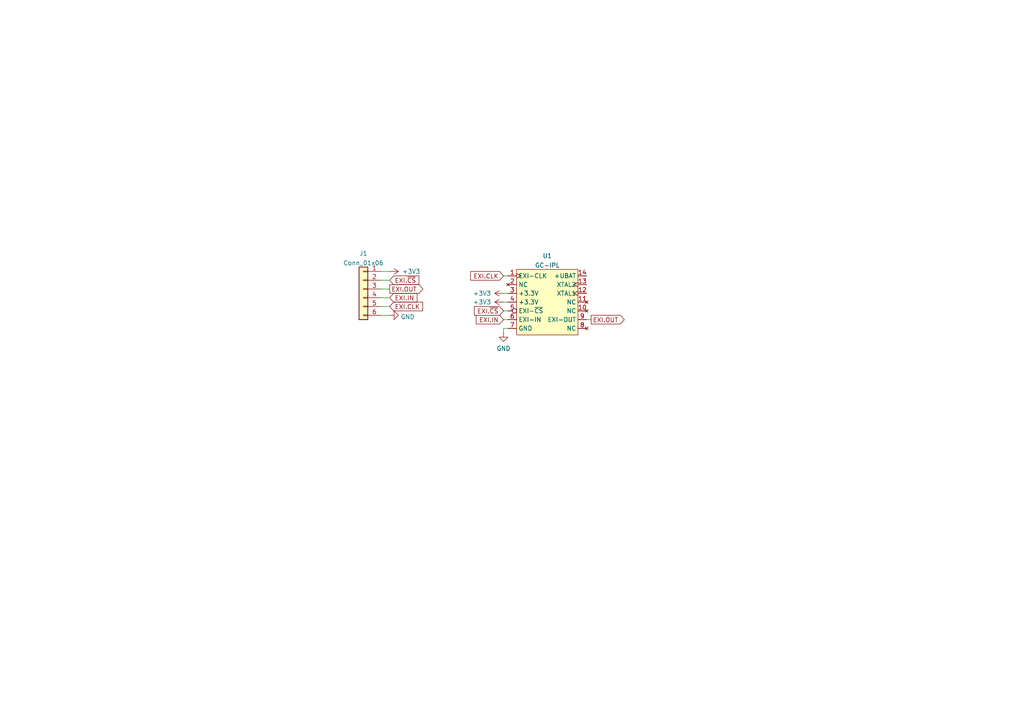
<source format=kicad_sch>
(kicad_sch (version 20230121) (generator eeschema)
  (paper "A4")
  (lib_symbols
    (symbol "Connector_Generic:Conn_01x06" (pin_names (offset 1.016) hide)
      (property "Reference" "J" (at 0 7.62 0))
      (property "Value" "Conn_01x06" (at 0 -10.16 0))
      (symbol "Conn_01x06_1_1"
        (rectangle (start -1.27 -7.493) (end 0 -7.747) (stroke (width 0.1524)))
        (rectangle (start -1.27 -4.953) (end 0 -5.207) (stroke (width 0.1524)))
        (rectangle (start -1.27 -2.413) (end 0 -2.667) (stroke (width 0.1524)))
        (rectangle (start -1.27 0.127) (end 0 -0.127) (stroke (width 0.1524)))
        (rectangle (start -1.27 2.667) (end 0 2.413) (stroke (width 0.1524)))
        (rectangle (start -1.27 5.207) (end 0 4.953) (stroke (width 0.1524)))
        (rectangle (start -1.27 6.35) (end 1.27 -8.89) (stroke (width 0.254)) (fill (type background)))
        (pin passive line (at -5.08 5.08 0) (length 3.81) (name "Pin_1") (number "1"))
        (pin passive line (at -5.08 2.54 0) (length 3.81) (name "Pin_2") (number "2"))
        (pin passive line (at -5.08 0 0) (length 3.81) (name "Pin_3") (number "3"))
        (pin passive line (at -5.08 -2.54 0) (length 3.81) (name "Pin_4") (number "4"))
        (pin passive line (at -5.08 -5.08 0) (length 3.81) (name "Pin_5") (number "5"))
        (pin passive line (at -5.08 -7.62 0) (length 3.81) (name "Pin_6") (number "6"))
      )
    )
    (symbol "Nintendo:GC-IPL"
      (property "Reference" "U" (at -8.255 10.795 0))
      (property "Value" "GC-IPL" (at 5.08 -10.795 0))
      (symbol "GC-IPL_0_0"
        (pin input clock (at -11.43 7.62 0) (length 2.54) (name "EXI-CLK") (number "1"))
        (pin no_connect line (at 11.43 -2.54 180) (length 2.54) (name "NC") (number "10"))
        (pin no_connect line (at 11.43 0 180) (length 2.54) (name "NC") (number "11"))
        (pin input clock (at 11.43 2.54 180) (length 2.54) (name "XTAL1") (number "12"))
        (pin input clock (at 11.43 5.08 180) (length 2.54) (name "XTAL2") (number "13"))
        (pin power_in line (at 11.43 7.62 180) (length 2.54) (name "+UBAT") (number "14"))
        (pin no_connect line (at -11.43 5.08 0) (length 2.54) (name "NC") (number "2"))
        (pin power_in line (at -11.43 2.54 0) (length 2.54) (name "+3.3V") (number "3"))
        (pin power_in line (at -11.43 0 0) (length 2.54) (name "+3.3V") (number "4"))
        (pin input inverted (at -11.43 -2.54 0) (length 2.54) (name "EXI-~{CS}") (number "5"))
        (pin input line (at -11.43 -5.08 0) (length 2.54) (name "EXI-IN") (number "6"))
        (pin power_in line (at -11.43 -7.62 0) (length 2.54) (name "GND") (number "7"))
        (pin no_connect line (at 11.43 -7.62 180) (length 2.54) (name "NC") (number "8"))
        (pin output line (at 11.43 -5.08 180) (length 2.54) (name "EXI-OUT") (number "9"))
      )
      (symbol "GC-IPL_0_1"
        (rectangle (start -8.89 9.525) (end 8.89 -9.525) (stroke (width 0.1524)) (fill (type background)))
      )
    )
    (symbol "power:+3.3V" (power) (pin_names (offset 0))
      (property "Value" "+3.3V" (at 0 3.556 0))
      (symbol "+3.3V_0_1"
        (polyline (pts (xy -0.762 1.27) (xy 0 2.54)))
        (polyline (pts (xy 0 0) (xy 0 2.54)))
        (polyline (pts (xy 0 2.54) (xy 0.762 1.27)))
      )
      (symbol "+3.3V_1_1"
        (pin power_in line (at 0 0 90) (length 0) hide (name "+3V3") (number "1"))
      )
    )
    (symbol "power:GND" (power) (pin_names (offset 0))
      (property "Value" "GND" (at 0 -3.81 0))
      (symbol "GND_0_1"
        (polyline (pts (xy 0 0) (xy 0 -1.27) (xy 1.27 -1.27) (xy 0 -2.54) (xy -1.27 -1.27) (xy 0 -1.27)))
      )
      (symbol "GND_1_1"
        (pin power_in line (at 0 0 270) (length 0) hide (name "GND") (number "1"))
      )
    )
  )
  (wire (pts (xy 146.05 87.63) (xy 147.32 87.63)))
  (wire (pts (xy 146.05 95.25) (xy 147.32 95.25)))
  (wire (pts (xy 110.49 86.36) (xy 113.03 86.36)))
  (wire (pts (xy 110.49 83.82) (xy 113.03 83.82)))
  (wire (pts (xy 146.05 90.17) (xy 147.32 90.17)))
  (wire (pts (xy 110.49 88.9) (xy 113.03 88.9)))
  (wire (pts (xy 110.49 81.28) (xy 113.03 81.28)))
  (wire (pts (xy 146.05 80.01) (xy 147.32 80.01)))
  (wire (pts (xy 170.18 92.71) (xy 171.45 92.71)))
  (wire (pts (xy 110.49 78.74) (xy 113.03 78.74)))
  (wire (pts (xy 146.05 96.52) (xy 146.05 95.25)))
  (wire (pts (xy 146.05 85.09) (xy 147.32 85.09)))
  (wire (pts (xy 146.05 92.71) (xy 147.32 92.71)))
  (wire (pts (xy 110.49 91.44) (xy 113.03 91.44)))
  (global_label "EXI.~{CS}" (shape input) (at 146.05 90.17 180) (property "Intersheetrefs" "${INTERSHEET_REFS}" (effects hide)))
  (global_label "EXI.OUT" (shape output) (at 171.45 92.71 0) (property "Intersheetrefs" "${INTERSHEET_REFS}" (effects hide)))
  (global_label "EXI.IN" (shape input) (at 146.05 92.71 180) (property "Intersheetrefs" "${INTERSHEET_REFS}" (effects hide)))
  (global_label "EXI.CLK" (shape input) (at 113.03 88.9 0) (property "Intersheetrefs" "${INTERSHEET_REFS}" (effects hide)))
  (global_label "EXI.~{CS}" (shape input) (at 113.03 81.28 0) (property "Intersheetrefs" "${INTERSHEET_REFS}" (effects hide)))
  (global_label "EXI.IN" (shape input) (at 113.03 86.36 0) (property "Intersheetrefs" "${INTERSHEET_REFS}" (effects hide)))
  (global_label "EXI.OUT" (shape output) (at 113.03 83.82 0) (property "Intersheetrefs" "${INTERSHEET_REFS}" (effects hide)))
  (global_label "EXI.CLK" (shape input) (at 146.05 80.01 180) (property "Intersheetrefs" "${INTERSHEET_REFS}" (effects hide)))
  (symbol (lib_id "Connector_Generic:Conn_01x06") (at 105.41 83.82 0) (mirror y) (unit 1)
    (property "Reference" "J1" (at 105.41 73.5035 0))
    (property "Value" "Conn_01x06" (at 105.41 76.2786 0))
    (property "Footprint" "Eigene:PCB_Con_Flat_01x06" (effects hide))
  )
  (symbol (lib_id "power:GND") (at 113.03 91.44 90) (unit 1)
    (property "Reference" "#PWR0105" (effects hide))
    (property "Value" "GND" (at 116.205 91.919 90) (effects (justify right)))
  )
  (symbol (lib_id "Nintendo:GC-IPL") (at 158.75 87.63 0) (unit 1)
    (property "Reference" "U1" (at 158.75 74.1893 0))
    (property "Value" "GC-IPL" (at 158.75 76.9644 0))
    (property "Footprint" "Eigene:IPL-Bite" (effects hide))
  )
  (symbol (lib_id "power:+3.3V") (at 146.05 85.09 90) (unit 1)
    (property "Reference" "#PWR0102" (effects hide))
    (property "Value" "+3.3V" (at 137.16 85.09 90) (effects (justify right)))
  )
  (symbol (lib_id "power:+3.3V") (at 146.05 87.63 90) (unit 1)
    (property "Reference" "#PWR0101" (effects hide))
    (property "Value" "+3.3V" (at 137.16 87.63 90) (effects (justify right)))
  )
  (symbol (lib_id "power:GND") (at 146.05 96.52 0) (unit 1)
    (property "Reference" "#PWR0103" (effects hide))
    (property "Value" "GND" (at 146.05 101.0825 0))
  )
  (symbol (lib_id "power:+3.3V") (at 113.03 78.74 270) (unit 1)
    (property "Reference" "#PWR0104" (effects hide))
    (property "Value" "+3.3V" (at 121.92 78.74 90) (effects (justify right)))
  )
)
</source>
